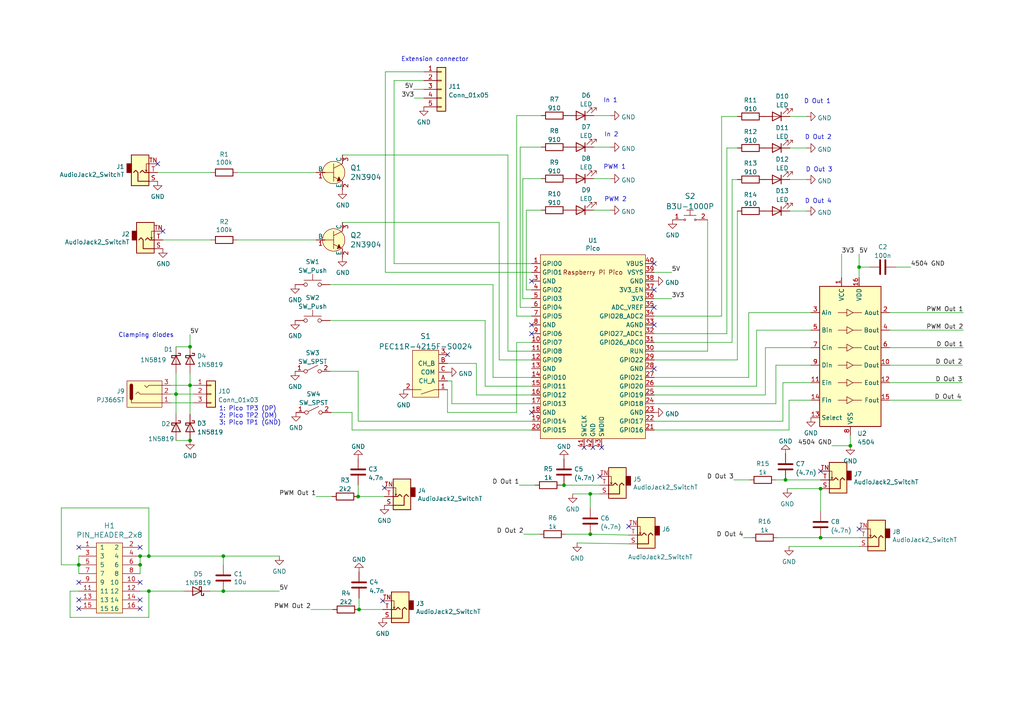
<source format=kicad_sch>
(kicad_sch (version 20211123) (generator eeschema)
  (paper "A4")
  (lib_symbols
    (symbol "4xxx:4504"
      (property "Reference" "U" (at -7.62 21.59 0))
      (property "Value" "4504" (at 6.35 21.59 0))
      (symbol "4504_1_1"
        (pin power_in line (at -2.54 22.86 270) (length 2.54) (name "VCC") (number "1"))
        (pin output line (at 11.43 -2.54 180) (length 2.54) (name "Dout") (number "10"))
        (pin input line (at -11.43 -7.62 0) (length 2.54) (name "Ein") (number "11"))
        (pin output line (at 11.43 -7.62 180) (length 2.54) (name "Eout") (number "12"))
        (pin input line (at -11.43 -17.78 0) (length 2.54) (name "Select") (number "13"))
        (pin input line (at -11.43 -12.7 0) (length 2.54) (name "Fin") (number "14"))
        (pin output line (at 11.43 -12.7 180) (length 2.54) (name "Fout") (number "15"))
        (pin power_in line (at 2.54 22.86 270) (length 2.54) (name "VDD") (number "16"))
        (pin output line (at 11.43 12.7 180) (length 2.54) (name "Aout") (number "2"))
        (pin input line (at -11.43 12.7 0) (length 2.54) (name "Ain") (number "3"))
        (pin output line (at 11.43 7.62 180) (length 2.54) (name "Bout") (number "4"))
        (pin input line (at -11.43 7.62 0) (length 2.54) (name "Bin") (number "5"))
        (pin output line (at 11.43 2.54 180) (length 2.54) (name "Cout") (number "6"))
        (pin input line (at -11.43 2.54 0) (length 2.54) (name "Cin") (number "7"))
        (pin power_in line (at 0 -22.86 90) (length 2.54) (name "VSS") (number "8"))
        (pin input line (at -11.43 -2.54 0) (length 2.54) (name "Din") (number "9"))
      )
    )
    (symbol "Connector:AudioJack2_SwitchT"
      (property "Reference" "J" (at 0 8.89 0))
      (property "Value" "AudioJack2_SwitchT" (at 0 6.35 0))
      (symbol "AudioJack2_SwitchT_1_1"
        (pin passive line (at 5.08 2.54 180) (length 2.54) (name "~") (number "S"))
        (pin passive line (at 5.08 0 180) (length 2.54) (name "~") (number "T"))
        (pin passive line (at 5.08 -2.54 180) (length 2.54) (name "~") (number "TN"))
      )
    )
    (symbol "Connector_Generic:Conn_01x03" (pin_names (offset 1.016) hide)
      (property "Reference" "J" (at 0 5.08 0))
      (property "Value" "Conn_01x03" (at 0 -5.08 0))
      (symbol "Conn_01x03_1_1"
        (pin passive line (at -5.08 2.54 0) (length 3.81) (name "Pin_1") (number "1"))
        (pin passive line (at -5.08 0 0) (length 3.81) (name "Pin_2") (number "2"))
        (pin passive line (at -5.08 -2.54 0) (length 3.81) (name "Pin_3") (number "3"))
      )
    )
    (symbol "Connector_Generic:Conn_01x05" (pin_names (offset 1.016) hide)
      (property "Reference" "J" (at 0 7.62 0))
      (property "Value" "Conn_01x05" (at 0 -7.62 0))
      (symbol "Conn_01x05_1_1"
        (pin passive line (at -5.08 5.08 0) (length 3.81) (name "Pin_1") (number "1"))
        (pin passive line (at -5.08 2.54 0) (length 3.81) (name "Pin_2") (number "2"))
        (pin passive line (at -5.08 0 0) (length 3.81) (name "Pin_3") (number "3"))
        (pin passive line (at -5.08 -2.54 0) (length 3.81) (name "Pin_4") (number "4"))
        (pin passive line (at -5.08 -5.08 0) (length 3.81) (name "Pin_5") (number "5"))
      )
    )
    (symbol "Device:C" (pin_numbers hide) (pin_names (offset 0.254))
      (property "Reference" "C" (at 0.635 2.54 0))
      (property "Value" "C" (at 0.635 -2.54 0))
      (symbol "C_1_1"
        (pin passive line (at 0 3.81 270) (length 2.794) (name "~") (number "1"))
        (pin passive line (at 0 -3.81 90) (length 2.794) (name "~") (number "2"))
      )
    )
    (symbol "Device:LED" (pin_numbers hide) (pin_names (offset 1.016) hide)
      (property "Reference" "D" (at 0 2.54 0))
      (property "Value" "LED" (at 0 -2.54 0))
      (symbol "LED_1_1"
        (pin passive line (at -3.81 0 0) (length 2.54) (name "K") (number "1"))
        (pin passive line (at 3.81 0 180) (length 2.54) (name "A") (number "2"))
      )
    )
    (symbol "Device:R" (pin_numbers hide) (pin_names (offset 0))
      (property "Reference" "R" (at 2.032 0 90))
      (property "Value" "R" (at 0 0 90))
      (symbol "R_1_1"
        (pin passive line (at 0 3.81 270) (length 1.27) (name "~") (number "1"))
        (pin passive line (at 0 -3.81 90) (length 1.27) (name "~") (number "2"))
      )
    )
    (symbol "Diode:1N5818" (pin_numbers hide) (pin_names (offset 1.016) hide)
      (property "Reference" "D" (at 0 2.54 0))
      (property "Value" "1N5818" (at 0 -2.54 0))
      (symbol "1N5818_1_1"
        (pin passive line (at -3.81 0 0) (length 2.54) (name "K") (number "1"))
        (pin passive line (at 3.81 0 180) (length 2.54) (name "A") (number "2"))
      )
    )
    (symbol "MCU_RaspberryPi_and_Boards:Pico"
      (property "Reference" "U" (at -13.97 27.94 0))
      (property "Value" "MCU_RaspberryPi_and_Boards_Pico" (at 0 19.05 0))
      (symbol "Pico_0_0"
        (text "Raspberry Pi Pico" (at 0 21.59 0) (effects (font (size 1.27 1.27))))
      )
      (symbol "Pico_1_1"
        (pin bidirectional line (at -17.78 24.13 0) (length 2.54) (name "GPIO0") (number "1"))
        (pin bidirectional line (at -17.78 1.27 0) (length 2.54) (name "GPIO7") (number "10"))
        (pin bidirectional line (at -17.78 -1.27 0) (length 2.54) (name "GPIO8") (number "11"))
        (pin bidirectional line (at -17.78 -3.81 0) (length 2.54) (name "GPIO9") (number "12"))
        (pin power_in line (at -17.78 -6.35 0) (length 2.54) (name "GND") (number "13"))
        (pin bidirectional line (at -17.78 -8.89 0) (length 2.54) (name "GPIO10") (number "14"))
        (pin bidirectional line (at -17.78 -11.43 0) (length 2.54) (name "GPIO11") (number "15"))
        (pin bidirectional line (at -17.78 -13.97 0) (length 2.54) (name "GPIO12") (number "16"))
        (pin bidirectional line (at -17.78 -16.51 0) (length 2.54) (name "GPIO13") (number "17"))
        (pin power_in line (at -17.78 -19.05 0) (length 2.54) (name "GND") (number "18"))
        (pin bidirectional line (at -17.78 -21.59 0) (length 2.54) (name "GPIO14") (number "19"))
        (pin bidirectional line (at -17.78 21.59 0) (length 2.54) (name "GPIO1") (number "2"))
        (pin bidirectional line (at -17.78 -24.13 0) (length 2.54) (name "GPIO15") (number "20"))
        (pin bidirectional line (at 17.78 -24.13 180) (length 2.54) (name "GPIO16") (number "21"))
        (pin bidirectional line (at 17.78 -21.59 180) (length 2.54) (name "GPIO17") (number "22"))
        (pin power_in line (at 17.78 -19.05 180) (length 2.54) (name "GND") (number "23"))
        (pin bidirectional line (at 17.78 -16.51 180) (length 2.54) (name "GPIO18") (number "24"))
        (pin bidirectional line (at 17.78 -13.97 180) (length 2.54) (name "GPIO19") (number "25"))
        (pin bidirectional line (at 17.78 -11.43 180) (length 2.54) (name "GPIO20") (number "26"))
        (pin bidirectional line (at 17.78 -8.89 180) (length 2.54) (name "GPIO21") (number "27"))
        (pin power_in line (at 17.78 -6.35 180) (length 2.54) (name "GND") (number "28"))
        (pin bidirectional line (at 17.78 -3.81 180) (length 2.54) (name "GPIO22") (number "29"))
        (pin power_in line (at -17.78 19.05 0) (length 2.54) (name "GND") (number "3"))
        (pin input line (at 17.78 -1.27 180) (length 2.54) (name "RUN") (number "30"))
        (pin bidirectional line (at 17.78 1.27 180) (length 2.54) (name "GPIO26_ADC0") (number "31"))
        (pin bidirectional line (at 17.78 3.81 180) (length 2.54) (name "GPIO27_ADC1") (number "32"))
        (pin power_in line (at 17.78 6.35 180) (length 2.54) (name "AGND") (number "33"))
        (pin bidirectional line (at 17.78 8.89 180) (length 2.54) (name "GPIO28_ADC2") (number "34"))
        (pin power_in line (at 17.78 11.43 180) (length 2.54) (name "ADC_VREF") (number "35"))
        (pin power_in line (at 17.78 13.97 180) (length 2.54) (name "3V3") (number "36"))
        (pin input line (at 17.78 16.51 180) (length 2.54) (name "3V3_EN") (number "37"))
        (pin bidirectional line (at 17.78 19.05 180) (length 2.54) (name "GND") (number "38"))
        (pin power_in line (at 17.78 21.59 180) (length 2.54) (name "VSYS") (number "39"))
        (pin bidirectional line (at -17.78 16.51 0) (length 2.54) (name "GPIO2") (number "4"))
        (pin power_in line (at 17.78 24.13 180) (length 2.54) (name "VBUS") (number "40"))
        (pin input line (at -2.54 -29.21 90) (length 2.54) (name "SWCLK") (number "41"))
        (pin power_in line (at 0 -29.21 90) (length 2.54) (name "GND") (number "42"))
        (pin bidirectional line (at 2.54 -29.21 90) (length 2.54) (name "SWDIO") (number "43"))
        (pin bidirectional line (at -17.78 13.97 0) (length 2.54) (name "GPIO3") (number "5"))
        (pin bidirectional line (at -17.78 11.43 0) (length 2.54) (name "GPIO4") (number "6"))
        (pin bidirectional line (at -17.78 8.89 0) (length 2.54) (name "GPIO5") (number "7"))
        (pin power_in line (at -17.78 6.35 0) (length 2.54) (name "GND") (number "8"))
        (pin bidirectional line (at -17.78 3.81 0) (length 2.54) (name "GPIO6") (number "9"))
      )
    )
    (symbol "Switch:SW_Push" (pin_numbers hide) (pin_names (offset 1.016) hide)
      (property "Reference" "SW" (at 1.27 2.54 0))
      (property "Value" "SW_Push" (at 0 -1.524 0))
      (symbol "SW_Push_0_1"
        (pin passive line (at -5.08 0 0) (length 2.54) (name "1") (number "1"))
        (pin passive line (at 5.08 0 180) (length 2.54) (name "2") (number "2"))
      )
    )
    (symbol "Switch:SW_SPST" (pin_names (offset 0) hide)
      (property "Reference" "SW" (at 0 3.175 0))
      (property "Value" "SW_SPST" (at 0 -2.54 0))
      (symbol "SW_SPST_1_1"
        (pin passive line (at -5.08 0 0) (length 2.54) (name "A") (number "1"))
        (pin passive line (at 5.08 0 180) (length 2.54) (name "B") (number "2"))
      )
    )
    (symbol "dk_Encoders:PEC11R-4215F-S0024" (pin_names (offset 1.016))
      (property "Reference" "S" (at -1.27 5.715 0))
      (property "Value" "PEC11R-4215F-S0024" (at -1.27 -9.906 0))
      (symbol "PEC11R-4215F-S0024_1_1"
        (pin bidirectional line (at -7.62 2.54 0) (length 2.54) (name "~") (number "1"))
        (pin bidirectional line (at 5.08 2.54 180) (length 2.54) (name "~") (number "2"))
        (pin unspecified line (at -7.62 -7.62 0) (length 2.54) (name "~") (number "3"))
        (pin bidirectional line (at -7.62 0 0) (length 2.54) (name "CH_A") (number "A"))
        (pin bidirectional line (at -7.62 -5.08 0) (length 2.54) (name "CH_B") (number "B"))
        (pin input line (at -7.62 -2.54 0) (length 2.54) (name "COM") (number "C"))
      )
    )
    (symbol "dk_Tactile-Switches:B3U-1000P" (pin_names (offset 1.016))
      (property "Reference" "S" (at 0 4.064 0))
      (property "Value" "B3U-1000P" (at 0 -2.54 0))
      (symbol "B3U-1000P_1_1"
        (pin passive line (at -5.08 0 0) (length 2.54) (name "~") (number "1"))
        (pin passive line (at 5.08 0 180) (length 2.54) (name "~") (number "2"))
      )
    )
    (symbol "dk_Transistors-Bipolar-BJT-Single:MMBT3904-TP" (pin_names (offset 0))
      (property "Reference" "Q" (at -3.2004 4.2164 0))
      (property "Value" "MMBT3904-TP" (at 5.2324 0 90))
      (symbol "MMBT3904-TP_1_1"
        (pin input line (at -5.08 0 0) (length 2.54) (name "B") (number "1"))
        (pin passive line (at 2.54 -5.08 90) (length 2.54) (name "E") (number "2"))
        (pin passive line (at 2.54 5.08 270) (length 2.54) (name "C") (number "3"))
      )
    )
    (symbol "eurocad:PIN_HEADER_2x8" (pin_names (offset 1.016))
      (property "Reference" "H" (at 0 -11.43 0))
      (property "Value" "eurocad_PIN_HEADER_2x8" (at 0 11.43 0))
      (symbol "PIN_HEADER_2x8_1_1"
        (pin bidirectional line (at -8.89 8.89 0) (length 5.08) (name "1") (number "1"))
        (pin bidirectional line (at 8.89 -1.27 180) (length 5.08) (name "10") (number "10"))
        (pin bidirectional line (at -8.89 -3.81 0) (length 5.08) (name "11") (number "11"))
        (pin bidirectional line (at 8.89 -3.81 180) (length 5.08) (name "12") (number "12"))
        (pin bidirectional line (at -8.89 -6.35 0) (length 5.08) (name "13") (number "13"))
        (pin bidirectional line (at 8.89 -6.35 180) (length 5.08) (name "14") (number "14"))
        (pin bidirectional line (at -8.89 -8.89 0) (length 5.08) (name "15") (number "15"))
        (pin bidirectional line (at 8.89 -8.89 180) (length 5.08) (name "16") (number "16"))
        (pin bidirectional line (at 8.89 8.89 180) (length 5.08) (name "2") (number "2"))
        (pin bidirectional line (at -8.89 6.35 0) (length 5.08) (name "3") (number "3"))
        (pin bidirectional line (at 8.89 6.35 180) (length 5.08) (name "4") (number "4"))
        (pin bidirectional line (at -8.89 3.81 0) (length 5.08) (name "5") (number "5"))
        (pin bidirectional line (at 8.89 3.81 180) (length 5.08) (name "6") (number "6"))
        (pin bidirectional line (at -8.89 1.27 0) (length 5.08) (name "7") (number "7"))
        (pin bidirectional line (at 8.89 1.27 180) (length 5.08) (name "8") (number "8"))
        (pin bidirectional line (at -8.89 -1.27 0) (length 5.08) (name "9") (number "9"))
      )
    )
    (symbol "power:GND" (power) (pin_names (offset 0))
      (property "Value" "GND" (at 0 -3.81 0))
      (symbol "GND_1_1"
        (pin power_in line (at 0 0 270) (length 0) hide (name "GND") (number "1"))
      )
    )
    (symbol "w_connector:PJ366ST" (pin_names (offset 1.016))
      (property "Reference" "J" (at -5.08 -5.08 0))
      (property "Value" "PJ366ST" (at -5.08 5.08 0))
      (symbol "PJ366ST_1_1"
        (pin bidirectional line (at 2.54 2.54 180) (length 2.54) (name "~") (number "1"))
        (pin bidirectional line (at 2.54 0 180) (length 2.54) (name "~") (number "2"))
        (pin bidirectional line (at 2.54 -2.54 180) (length 2.54) (name "~") (number "3"))
      )
    )
  )
  (junction (at 43.18 171.45))
  (junction (at 22.86 163.83))
  (junction (at 55.118 100.584))
  (junction (at 64.77 171.45))
  (junction (at 55.118 111.76))
  (junction (at 40.64 163.83))
  (junction (at 237.998 155.956))
  (junction (at 249.174 77.47))
  (junction (at 43.18 161.29))
  (junction (at 51.054 114.3))
  (junction (at 237.998 141.732))
  (junction (at 104.14 176.784))
  (junction (at 40.64 161.29))
  (junction (at 246.634 129.286))
  (junction (at 103.886 144.018))
  (junction (at 64.77 161.29))
  (junction (at 163.576 140.716))
  (junction (at 227.838 139.192))
  (junction (at 171.196 143.256))
  (junction (at 171.196 154.94))
  (junction (at 55.118 127.762))
  (no_connect (at 129.794 102.87))
  (no_connect (at 22.86 173.99))
  (no_connect (at 22.86 176.53))
  (no_connect (at 22.86 168.91))
  (no_connect (at 40.64 173.99))
  (no_connect (at 40.64 158.75))
  (no_connect (at 110.998 174.244))
  (no_connect (at 111.506 141.478))
  (no_connect (at 182.372 152.654))
  (no_connect (at 173.99 138.176))
  (no_connect (at 249.174 153.416))
  (no_connect (at 237.998 136.652))
  (no_connect (at 45.72 47.498))
  (no_connect (at 47.244 67.056))
  (no_connect (at 22.86 158.75))
  (no_connect (at 40.64 168.91))
  (no_connect (at 189.738 76.454))
  (no_connect (at 189.738 94.234))
  (no_connect (at 189.738 89.154))
  (no_connect (at 189.738 84.074))
  (no_connect (at 154.178 94.234))
  (no_connect (at 154.178 96.774))
  (no_connect (at 189.738 106.934))
  (no_connect (at 169.418 129.794))
  (no_connect (at 171.958 129.794))
  (no_connect (at 174.498 129.794))
  (no_connect (at 154.178 119.634))
  (no_connect (at 40.64 176.53))
  (no_connect (at 154.178 81.534))
  (wire (pts (xy 119.888 25.908) (xy 122.936 25.908)))
  (wire (pts (xy 114.3 76.454) (xy 114.3 23.368)))
  (wire (pts (xy 103.886 122.174) (xy 154.178 122.174)))
  (wire (pts (xy 20.32 171.45) (xy 20.32 179.07)))
  (wire (pts (xy 144.78 64.516) (xy 144.78 104.394)))
  (wire (pts (xy 221.996 114.554) (xy 189.738 114.554)))
  (wire (pts (xy 45.72 50.038) (xy 61.214 50.038)))
  (wire (pts (xy 249.174 158.496) (xy 228.854 158.496)))
  (wire (pts (xy 143.002 82.55) (xy 95.758 82.55)))
  (wire (pts (xy 43.18 147.32) (xy 43.18 161.29)))
  (wire (pts (xy 212.344 52.07) (xy 212.344 99.314)))
  (wire (pts (xy 189.738 96.774) (xy 210.82 96.774)))
  (wire (pts (xy 189.738 86.614) (xy 194.818 86.614)))
  (wire (pts (xy 102.108 119.634) (xy 102.108 124.714)))
  (wire (pts (xy 212.344 99.314) (xy 189.738 99.314)))
  (wire (pts (xy 259.842 77.47) (xy 264.16 77.47)))
  (wire (pts (xy 152.654 84.074) (xy 154.178 84.074)))
  (wire (pts (xy 111.76 20.828) (xy 122.936 20.828)))
  (wire (pts (xy 229.108 33.782) (xy 233.934 33.782)))
  (wire (pts (xy 209.296 33.782) (xy 209.296 91.694)))
  (wire (pts (xy 140.716 92.964) (xy 140.716 112.014)))
  (wire (pts (xy 173.99 143.256) (xy 171.196 143.256)))
  (wire (pts (xy 20.32 179.07) (xy 43.18 179.07)))
  (wire (pts (xy 129.794 119.634) (xy 129.794 113.03)))
  (wire (pts (xy 246.634 126.238) (xy 246.634 129.286)))
  (wire (pts (xy 131.064 117.094) (xy 131.064 110.49)))
  (wire (pts (xy 91.694 144.018) (xy 96.266 144.018)))
  (wire (pts (xy 131.064 117.094) (xy 154.178 117.094)))
  (wire (pts (xy 147.32 101.854) (xy 154.178 101.854)))
  (wire (pts (xy 227.076 110.998) (xy 235.204 110.998)))
  (wire (pts (xy 189.738 112.014) (xy 219.456 112.014)))
  (wire (pts (xy 151.638 86.614) (xy 151.638 51.816)))
  (wire (pts (xy 189.738 124.714) (xy 228.854 124.714)))
  (wire (pts (xy 225.044 117.094) (xy 225.044 105.918)))
  (wire (pts (xy 212.852 139.192) (xy 217.424 139.192)))
  (wire (pts (xy 143.002 109.474) (xy 143.002 82.55)))
  (wire (pts (xy 17.78 147.32) (xy 43.18 147.32)))
  (wire (pts (xy 129.794 119.634) (xy 149.86 119.634)))
  (wire (pts (xy 147.32 44.958) (xy 147.32 101.854)))
  (wire (pts (xy 102.108 124.714) (xy 154.178 124.714)))
  (wire (pts (xy 40.64 163.83) (xy 40.64 166.37)))
  (wire (pts (xy 225.044 139.192) (xy 227.838 139.192)))
  (wire (pts (xy 49.53 111.76) (xy 55.118 111.76)))
  (wire (pts (xy 221.996 100.838) (xy 221.996 114.554)))
  (wire (pts (xy 156.972 60.96) (xy 152.654 60.96)))
  (wire (pts (xy 162.814 140.716) (xy 163.576 140.716)))
  (wire (pts (xy 40.64 171.45) (xy 43.18 171.45)))
  (wire (pts (xy 144.78 104.394) (xy 154.178 104.394)))
  (wire (pts (xy 227.838 139.192) (xy 237.998 139.192)))
  (wire (pts (xy 103.886 144.018) (xy 111.506 144.018)))
  (wire (pts (xy 68.834 50.038) (xy 91.694 50.038)))
  (wire (pts (xy 249.174 73.66) (xy 249.174 77.47)))
  (wire (pts (xy 209.296 91.694) (xy 189.738 91.694)))
  (wire (pts (xy 138.176 114.554) (xy 138.176 105.41)))
  (wire (pts (xy 64.77 171.45) (xy 81.026 171.45)))
  (wire (pts (xy 219.456 95.758) (xy 235.204 95.758)))
  (wire (pts (xy 154.178 78.994) (xy 111.76 78.994)))
  (wire (pts (xy 228.854 124.714) (xy 228.854 116.078)))
  (wire (pts (xy 258.064 100.838) (xy 279.4 100.838)))
  (wire (pts (xy 95.758 92.964) (xy 140.716 92.964)))
  (wire (pts (xy 205.232 101.854) (xy 205.232 63.754)))
  (wire (pts (xy 154.178 109.474) (xy 143.002 109.474)))
  (wire (pts (xy 217.17 90.678) (xy 235.204 90.678)))
  (wire (pts (xy 149.86 33.528) (xy 156.972 33.528)))
  (wire (pts (xy 99.314 64.516) (xy 144.78 64.516)))
  (wire (pts (xy 189.738 122.174) (xy 227.076 122.174)))
  (wire (pts (xy 99.314 44.958) (xy 147.32 44.958)))
  (wire (pts (xy 171.196 143.256) (xy 166.116 143.256)))
  (wire (pts (xy 258.064 110.998) (xy 279.146 110.998)))
  (wire (pts (xy 43.18 171.45) (xy 53.34 171.45)))
  (wire (pts (xy 55.118 111.76) (xy 56.134 111.76)))
  (wire (pts (xy 95.758 107.696) (xy 103.886 107.696)))
  (wire (pts (xy 55.118 120.142) (xy 55.118 111.76)))
  (wire (pts (xy 163.576 140.716) (xy 173.99 140.716)))
  (wire (pts (xy 51.054 114.3) (xy 51.054 120.142)))
  (wire (pts (xy 90.17 176.784) (xy 96.52 176.784)))
  (wire (pts (xy 229.108 61.214) (xy 233.934 61.214)))
  (wire (pts (xy 225.552 155.956) (xy 237.998 155.956)))
  (wire (pts (xy 210.82 42.926) (xy 213.868 42.926)))
  (wire (pts (xy 49.53 116.84) (xy 56.134 116.84)))
  (wire (pts (xy 189.738 109.474) (xy 217.17 109.474)))
  (wire (pts (xy 114.3 23.368) (xy 122.936 23.368)))
  (wire (pts (xy 22.86 161.29) (xy 22.86 163.83)))
  (wire (pts (xy 171.196 143.256) (xy 171.196 147.32)))
  (wire (pts (xy 22.86 163.83) (xy 17.78 163.83)))
  (wire (pts (xy 237.998 141.732) (xy 237.998 148.336)))
  (wire (pts (xy 258.064 90.678) (xy 279.4 90.678)))
  (wire (pts (xy 51.054 108.204) (xy 51.054 114.3)))
  (wire (pts (xy 150.876 42.672) (xy 156.972 42.672)))
  (wire (pts (xy 22.86 163.83) (xy 22.86 166.37)))
  (wire (pts (xy 229.108 52.07) (xy 233.934 52.07)))
  (wire (pts (xy 249.174 77.47) (xy 249.174 80.518)))
  (wire (pts (xy 241.3 129.286) (xy 246.634 129.286)))
  (wire (pts (xy 227.076 122.174) (xy 227.076 110.998)))
  (wire (pts (xy 213.868 33.782) (xy 209.296 33.782)))
  (wire (pts (xy 55.118 108.204) (xy 55.118 111.76)))
  (wire (pts (xy 172.212 51.816) (xy 177.038 51.816)))
  (wire (pts (xy 225.044 105.918) (xy 235.204 105.918)))
  (wire (pts (xy 17.78 163.83) (xy 17.78 147.32)))
  (wire (pts (xy 189.738 104.394) (xy 213.868 104.394)))
  (wire (pts (xy 64.77 161.29) (xy 64.77 163.83)))
  (wire (pts (xy 154.178 86.614) (xy 151.638 86.614)))
  (wire (pts (xy 152.654 60.96) (xy 152.654 84.074)))
  (wire (pts (xy 249.174 77.47) (xy 252.222 77.47)))
  (wire (pts (xy 40.64 161.29) (xy 43.18 161.29)))
  (wire (pts (xy 150.622 140.716) (xy 155.194 140.716)))
  (wire (pts (xy 22.86 171.45) (xy 20.32 171.45)))
  (wire (pts (xy 172.212 60.96) (xy 177.038 60.96)))
  (wire (pts (xy 47.244 69.596) (xy 61.214 69.596)))
  (wire (pts (xy 104.14 176.784) (xy 110.998 176.784)))
  (wire (pts (xy 149.86 119.634) (xy 149.86 99.314)))
  (wire (pts (xy 111.76 78.994) (xy 111.76 20.828)))
  (wire (pts (xy 237.998 155.956) (xy 249.174 155.956)))
  (wire (pts (xy 64.77 161.29) (xy 81.026 161.29)))
  (wire (pts (xy 258.064 95.758) (xy 279.4 95.758)))
  (wire (pts (xy 68.834 69.596) (xy 91.694 69.596)))
  (wire (pts (xy 104.14 173.482) (xy 104.14 176.784)))
  (wire (pts (xy 103.886 107.696) (xy 103.886 122.174)))
  (wire (pts (xy 215.646 155.956) (xy 217.932 155.956)))
  (wire (pts (xy 151.638 51.816) (xy 156.972 51.816)))
  (wire (pts (xy 51.054 100.584) (xy 55.118 100.584)))
  (wire (pts (xy 43.18 179.07) (xy 43.18 171.45)))
  (wire (pts (xy 96.012 119.634) (xy 102.108 119.634)))
  (wire (pts (xy 150.876 89.154) (xy 150.876 42.672)))
  (wire (pts (xy 258.064 105.918) (xy 279.146 105.918)))
  (wire (pts (xy 244.094 73.66) (xy 244.094 80.518)))
  (wire (pts (xy 182.372 157.734) (xy 167.386 157.48)))
  (wire (pts (xy 189.738 117.094) (xy 225.044 117.094)))
  (wire (pts (xy 235.204 100.838) (xy 221.996 100.838)))
  (wire (pts (xy 40.64 161.29) (xy 40.64 163.83)))
  (wire (pts (xy 213.868 104.394) (xy 213.868 61.214)))
  (wire (pts (xy 64.77 171.45) (xy 60.96 171.45)))
  (wire (pts (xy 138.176 105.41) (xy 129.794 105.41)))
  (wire (pts (xy 51.054 114.3) (xy 56.134 114.3)))
  (wire (pts (xy 149.86 91.694) (xy 149.86 33.528)))
  (wire (pts (xy 229.108 42.926) (xy 233.934 42.926)))
  (wire (pts (xy 154.178 76.454) (xy 114.3 76.454)))
  (wire (pts (xy 172.212 33.528) (xy 177.038 33.528)))
  (wire (pts (xy 154.178 89.154) (xy 150.876 89.154)))
  (wire (pts (xy 194.818 78.994) (xy 189.738 78.994)))
  (wire (pts (xy 228.854 116.078) (xy 235.204 116.078)))
  (wire (pts (xy 172.212 42.672) (xy 177.038 42.672)))
  (wire (pts (xy 237.998 141.732) (xy 228.346 141.732)))
  (wire (pts (xy 51.054 127.762) (xy 55.118 127.762)))
  (wire (pts (xy 103.886 140.716) (xy 103.886 144.018)))
  (wire (pts (xy 43.18 161.29) (xy 64.77 161.29)))
  (wire (pts (xy 217.17 109.474) (xy 217.17 90.678)))
  (wire (pts (xy 131.064 110.49) (xy 129.794 110.49)))
  (wire (pts (xy 149.86 99.314) (xy 154.178 99.314)))
  (wire (pts (xy 49.53 114.3) (xy 51.054 114.3)))
  (wire (pts (xy 189.738 101.854) (xy 205.232 101.854)))
  (wire (pts (xy 171.196 154.94) (xy 182.372 155.194)))
  (wire (pts (xy 258.064 116.078) (xy 278.892 116.078)))
  (wire (pts (xy 164.084 154.94) (xy 171.196 154.94)))
  (wire (pts (xy 210.82 96.774) (xy 210.82 42.926)))
  (wire (pts (xy 154.178 91.694) (xy 149.86 91.694)))
  (wire (pts (xy 151.892 154.94) (xy 156.464 154.94)))
  (wire (pts (xy 55.118 97.028) (xy 55.118 100.584)))
  (wire (pts (xy 140.716 112.014) (xy 154.178 112.014)))
  (wire (pts (xy 120.142 28.448) (xy 122.936 28.448)))
  (wire (pts (xy 154.178 114.554) (xy 138.176 114.554)))
  (wire (pts (xy 219.456 112.014) (xy 219.456 95.758)))
  (wire (pts (xy 213.868 52.07) (xy 212.344 52.07)))
  (text "Extension connector" (at 116.332 18.034 0) (effects (font (size 1.27 1.27)) (justify left bottom)))
  (text "D Out 3\n" (at 233.68 50.038 0) (effects (font (size 1.27 1.27)) (justify left bottom)))
  (text "Clamping diodes" (at 34.29 98.044 0) (effects (font (size 1.27 1.27)) (justify left bottom)))
  (text "1: Pico TP3 (DP)\n2: Pico TP2 (DM)\n3: Pico TP1 (GND)" (at 63.5 123.444 0) (effects (font (size 1.27 1.27)) (justify left bottom)))
  (text "In 1\n" (at 175.006 29.972 0) (effects (font (size 1.27 1.27)) (justify left bottom)))
  (text "In 2" (at 175.26 39.878 0) (effects (font (size 1.27 1.27)) (justify left bottom)))
  (text "PWM 2\n" (at 175.26 58.674 0) (effects (font (size 1.27 1.27)) (justify left bottom)))
  (text "PWM 1\n" (at 175.006 49.276 0) (effects (font (size 1.27 1.27)) (justify left bottom)))
  (text "D Out 1" (at 233.172 30.226 0) (effects (font (size 1.27 1.27)) (justify left bottom)))
  (text "D Out 4" (at 233.426 59.182 0) (effects (font (size 1.27 1.27)) (justify left bottom)))
  (text "D Out 2" (at 233.426 40.64 0) (effects (font (size 1.27 1.27)) (justify left bottom)))
  (label "D Out 3" (at 212.852 139.192 180))
  (label "PWM Out 1" (at 279.4 90.678 180))
  (label "5V" (at 81.026 171.45 0))
  (label "3V3" (at 244.094 73.66 0))
  (label "5V" (at 194.818 78.994 0))
  (label "D Out 4" (at 278.892 116.078 180))
  (label "D Out 2" (at 279.146 105.918 180))
  (label "D Out 3" (at 279.146 110.998 180))
  (label "D Out 4" (at 215.646 155.956 180))
  (label "4504 GND" (at 264.16 77.47 0))
  (label "D Out 1" (at 150.622 140.716 180))
  (label "5V" (at 249.174 73.66 0))
  (label "5V" (at 55.118 97.028 0))
  (label "3V3" (at 120.142 28.448 180))
  (label "PWM Out 2" (at 279.4 95.758 180))
  (label "D Out 2" (at 151.892 154.94 180))
  (label "4504 GND" (at 241.3 129.286 180))
  (label "PWM Out 1" (at 91.694 144.018 180))
  (label "3V3" (at 194.818 86.614 0))
  (label "D Out 1" (at 279.4 100.838 180))
  (label "5V" (at 119.888 25.908 180))
  (label "PWM Out 2" (at 90.17 176.784 180))
  (symbol (lib_id "Device:R") (at 65.024 50.038 270) (unit 1)
    (property "Reference" "R1" (at 65.024 44.7802 90))
    (property "Value" "100k" (at 65.024 47.0916 90))
    (property "Footprint" "Resistor_SMD:R_1206_3216Metric_Pad1.30x1.75mm_HandSolder" (effects hide))
  )
  (symbol (lib_id "dk_Transistors-Bipolar-BJT-Single:MMBT3904-TP") (at 96.774 50.038 0) (unit 1)
    (property "Reference" "Q1" (at 101.5492 48.6918 0) (effects (font (size 1.524 1.524)) (justify left)))
    (property "Value" "2N3904" (at 101.5492 51.3842 0) (effects (font (size 1.524 1.524)) (justify left)))
    (property "Footprint" "digikey-footprints:SOT-23-3" (effects hide))
    (property "Datasheet" "https://www.mccsemi.com/pdf/Products/MMBT3904(SOT-23).pdf" (effects hide))
    (property "Digi-Key_PN" "MMBT3904TPMSCT-ND" (effects hide))
    (property "MPN" "MMBT3904-TP" (effects hide))
    (property "Category" "Discrete Semiconductor Products" (effects hide))
    (property "Family" "Transistors - Bipolar (BJT) - Single" (effects hide))
    (property "DK_Datasheet_Link" "https://www.mccsemi.com/pdf/Products/MMBT3904(SOT-23).pdf" (effects hide))
    (property "DK_Detail_Page" "/product-detail/en/micro-commercial-co/MMBT3904-TP/MMBT3904TPMSCT-ND/717395" (effects hide))
    (property "Description" "TRANS NPN 40V 0.2A SOT23" (effects hide))
    (property "Manufacturer" "Micro Commercial Co" (effects hide))
    (property "Status" "Active" (effects hide))
  )
  (symbol (lib_id "power:GND") (at 99.314 55.118 0) (unit 1)
    (property "Reference" "#PWR07" (effects hide))
    (property "Value" "GND" (at 99.441 59.5122 0))
  )
  (symbol (lib_id "MCU_RaspberryPi_and_Boards:Pico") (at 171.958 100.584 0) (unit 1)
    (property "Reference" "U1" (at 171.958 69.723 0))
    (property "Value" "Pico" (at 171.958 72.0344 0))
    (property "Footprint" "MCU_RaspberryPi_and_Boards:RPi_Pico_Pinheaders" (effects hide))
  )
  (symbol (lib_id "power:GND") (at 47.244 72.136 0) (unit 1)
    (property "Reference" "#PWR02" (effects hide))
    (property "Value" "GND" (at 47.371 76.5302 0))
  )
  (symbol (lib_id "Device:R") (at 65.024 69.596 270) (unit 1)
    (property "Reference" "R2" (at 65.024 64.3382 90))
    (property "Value" "100k" (at 65.024 66.6496 90))
    (property "Footprint" "Resistor_SMD:R_1206_3216Metric_Pad1.30x1.75mm_HandSolder" (effects hide))
  )
  (symbol (lib_id "dk_Transistors-Bipolar-BJT-Single:MMBT3904-TP") (at 96.774 69.596 0) (unit 1)
    (property "Reference" "Q2" (at 101.5492 68.2498 0) (effects (font (size 1.524 1.524)) (justify left)))
    (property "Value" "2N3904" (at 101.5492 70.9422 0) (effects (font (size 1.524 1.524)) (justify left)))
    (property "Footprint" "digikey-footprints:SOT-23-3" (effects hide))
    (property "Datasheet" "https://www.mccsemi.com/pdf/Products/MMBT3904(SOT-23).pdf" (effects hide))
    (property "Digi-Key_PN" "MMBT3904TPMSCT-ND" (effects hide))
    (property "MPN" "MMBT3904-TP" (effects hide))
    (property "Category" "Discrete Semiconductor Products" (effects hide))
    (property "Family" "Transistors - Bipolar (BJT) - Single" (effects hide))
    (property "DK_Datasheet_Link" "https://www.mccsemi.com/pdf/Products/MMBT3904(SOT-23).pdf" (effects hide))
    (property "DK_Detail_Page" "/product-detail/en/micro-commercial-co/MMBT3904-TP/MMBT3904TPMSCT-ND/717395" (effects hide))
    (property "Description" "TRANS NPN 40V 0.2A SOT23" (effects hide))
    (property "Manufacturer" "Micro Commercial Co" (effects hide))
    (property "Status" "Active" (effects hide))
  )
  (symbol (lib_id "power:GND") (at 99.314 74.676 0) (unit 1)
    (property "Reference" "#PWR08" (effects hide))
    (property "Value" "GND" (at 99.441 79.0702 0))
  )
  (symbol (lib_id "eurocad:PIN_HEADER_2x8") (at 31.75 167.64 0) (unit 1)
    (property "Reference" "H1" (at 31.75 152.4762 0) (effects (font (size 1.524 1.524))))
    (property "Value" "PIN_HEADER_2x8" (at 31.75 155.1686 0) (effects (font (size 1.524 1.524))))
    (property "Footprint" "Connector_IDC:IDC-Header_2x08_P2.54mm_Vertical" (effects hide))
  )
  (symbol (lib_id "Device:C") (at 64.77 167.64 180) (unit 1)
    (property "Reference" "C1" (at 67.7672 166.4716 0) (effects (justify right)))
    (property "Value" "10u" (at 67.7672 168.783 0) (effects (justify right)))
    (property "Footprint" "Capacitor_SMD:C_1206_3216Metric_Pad1.33x1.80mm_HandSolder" (effects hide))
  )
  (symbol (lib_id "Device:C") (at 103.886 136.906 0) (unit 1)
    (property "Reference" "C3" (at 106.807 136.0713 0) (effects (justify left)))
    (property "Value" "4.7n" (at 106.807 138.6082 0) (effects (justify left)))
    (property "Footprint" "Capacitor_SMD:C_1206_3216Metric_Pad1.33x1.80mm_HandSolder" (effects hide))
  )
  (symbol (lib_id "Device:C") (at 104.14 169.672 0) (unit 1)
    (property "Reference" "C4" (at 107.061 168.8373 0) (effects (justify left)))
    (property "Value" "4.7n" (at 107.061 171.3742 0) (effects (justify left)))
    (property "Footprint" "Capacitor_SMD:C_1206_3216Metric_Pad1.33x1.80mm_HandSolder" (effects hide))
  )
  (symbol (lib_id "power:GND") (at 111.506 146.558 0) (unit 1)
    (property "Reference" "#PWR0106" (effects hide))
    (property "Value" "GND" (at 111.506 151.0014 0))
  )
  (symbol (lib_id "Connector:AudioJack2_SwitchT") (at 254.254 155.956 180) (unit 1)
    (property "Reference" "J8" (at 258.8006 154.2542 0) (effects (justify right)))
    (property "Value" "AudioJack2_SwitchT" (at 258.8006 156.5656 0) (effects (justify right)))
    (property "Footprint" "Connector_Audio:Jack_3.5mm_QingPu_WQP-PJ398SM_Vertical_CircularHoles" (effects hide))
  )
  (symbol (lib_id "Device:LED") (at 168.402 51.816 180) (unit 1)
    (property "Reference" "D8" (at 169.9895 45.9572 0))
    (property "Value" "LED" (at 169.9895 48.4941 0))
    (property "Footprint" "LED_THT:LED_D3.0mm" (effects hide))
  )
  (symbol (lib_id "Device:R") (at 160.274 154.94 270) (unit 1)
    (property "Reference" "R6" (at 160.274 150.2242 90))
    (property "Value" "1k" (at 160.274 152.7611 90))
    (property "Footprint" "Resistor_SMD:R_1206_3216Metric_Pad1.30x1.75mm_HandSolder" (effects hide))
  )
  (symbol (lib_id "power:GND") (at 189.738 81.534 90) (unit 1)
    (property "Reference" "#PWR0125" (effects hide))
    (property "Value" "GND" (at 192.913 81.9678 90) (effects (justify right)))
  )
  (symbol (lib_id "Connector:AudioJack2_SwitchT") (at 179.07 140.716 180) (unit 1)
    (property "Reference" "J5" (at 183.6166 139.0142 0) (effects (justify right)))
    (property "Value" "AudioJack2_SwitchT" (at 183.6166 141.3256 0) (effects (justify right)))
    (property "Footprint" "Connector_Audio:Jack_3.5mm_QingPu_WQP-PJ398SM_Vertical_CircularHoles" (effects hide))
  )
  (symbol (lib_id "Device:C") (at 171.196 151.13 0) (unit 1)
    (property "Reference" "C6" (at 174.117 150.2953 0) (effects (justify left)))
    (property "Value" "(4.7n)" (at 174.117 152.8322 0) (effects (justify left)))
    (property "Footprint" "Capacitor_SMD:C_1206_3216Metric_Pad1.33x1.80mm_HandSolder" (effects hide))
  )
  (symbol (lib_id "power:GND") (at 55.118 127.762 0) (unit 1)
    (property "Reference" "#PWR03" (effects hide))
    (property "Value" "GND" (at 55.118 132.2054 0))
  )
  (symbol (lib_id "power:GND") (at 110.998 179.324 0) (unit 1)
    (property "Reference" "#PWR0109" (effects hide))
    (property "Value" "GND" (at 110.998 183.7674 0))
  )
  (symbol (lib_id "Device:R") (at 217.678 52.07 90) (unit 1)
    (property "Reference" "R13" (at 217.678 47.3542 90))
    (property "Value" "910" (at 217.678 49.8911 90))
    (property "Footprint" "Resistor_SMD:R_1206_3216Metric_Pad1.30x1.75mm_HandSolder" (effects hide))
  )
  (symbol (lib_id "Device:C") (at 256.032 77.47 90) (unit 1)
    (property "Reference" "C2" (at 256.032 71.6112 90))
    (property "Value" "100n" (at 256.032 74.1481 90))
    (property "Footprint" "Capacitor_SMD:C_1206_3216Metric_Pad1.33x1.80mm_HandSolder" (effects hide))
  )
  (symbol (lib_id "Device:LED") (at 225.298 61.214 180) (unit 1)
    (property "Reference" "D13" (at 226.8855 55.3552 0))
    (property "Value" "LED" (at 226.8855 57.8921 0))
    (property "Footprint" "LED_THT:LED_D3.0mm" (effects hide))
  )
  (symbol (lib_id "Device:R") (at 160.782 60.96 90) (unit 1)
    (property "Reference" "R10" (at 160.782 56.2442 90))
    (property "Value" "910" (at 160.782 58.7811 90))
    (property "Footprint" "Resistor_SMD:R_1206_3216Metric_Pad1.30x1.75mm_HandSolder" (effects hide))
  )
  (symbol (lib_id "Device:R") (at 160.782 51.816 90) (unit 1)
    (property "Reference" "R9" (at 160.782 47.1002 90))
    (property "Value" "910" (at 160.782 49.6371 90))
    (property "Footprint" "Resistor_SMD:R_1206_3216Metric_Pad1.30x1.75mm_HandSolder" (effects hide))
  )
  (symbol (lib_id "Switch:SW_SPST") (at 90.932 119.634 0) (unit 1) (in_bom no)
    (property "Reference" "SW4" (at 90.932 114.2832 0))
    (property "Value" "SW_SPST" (at 90.932 116.8201 0))
    (property "Footprint" "benjiaomodular:ToggleSwitch_MTS-101_SPST" (effects hide))
  )
  (symbol (lib_id "power:GND") (at 177.038 42.672 90) (unit 1)
    (property "Reference" "#PWR0122" (effects hide))
    (property "Value" "GND" (at 180.213 43.1058 90) (effects (justify right)))
  )
  (symbol (lib_id "power:GND") (at 233.934 52.07 90) (unit 1)
    (property "Reference" "#PWR0118" (effects hide))
    (property "Value" "GND" (at 237.109 52.5038 90) (effects (justify right)))
  )
  (symbol (lib_id "power:GND") (at 117.094 113.03 0) (unit 1)
    (property "Reference" "#PWR0104" (effects hide))
    (property "Value" "GND" (at 117.094 117.4734 0))
  )
  (symbol (lib_id "4xxx:4504") (at 246.634 103.378 0) (unit 1)
    (property "Reference" "U2" (at 248.6534 125.7284 0) (effects (justify left)))
    (property "Value" "4504" (at 248.6534 128.2653 0) (effects (justify left)))
    (property "Footprint" "Package_SO:SOIC-16_3.9x9.9mm_P1.27mm" (effects hide))
    (property "Datasheet" "http://www.ti.com/lit/ds/symlink/cd4504b.pdf" (effects hide))
  )
  (symbol (lib_id "Connector:AudioJack2_SwitchT") (at 187.452 155.194 180) (unit 1)
    (property "Reference" "J6" (at 191.9986 153.4922 0) (effects (justify right)))
    (property "Value" "AudioJack2_SwitchT" (at 182.118 161.544 0) (effects (justify right)))
    (property "Footprint" "Connector_Audio:Jack_3.5mm_QingPu_WQP-PJ398SM_Vertical_CircularHoles" (effects hide))
  )
  (symbol (lib_id "power:GND") (at 195.072 63.754 0) (unit 1)
    (property "Reference" "#PWR010" (effects hide))
    (property "Value" "GND" (at 195.072 68.1974 0))
  )
  (symbol (lib_id "dk_Encoders:PEC11R-4215F-S0024") (at 122.174 110.49 180) (unit 1)
    (property "Reference" "S1" (at 123.444 97.5159 0) (effects (font (size 1.524 1.524))))
    (property "Value" "PEC11R-4215F-S0024" (at 123.444 100.5093 0) (effects (font (size 1.524 1.524))))
    (property "Footprint" "digikey-footprints:Rotary_Encoder_Switched_PEC11R" (effects hide))
    (property "Datasheet" "https://www.bourns.com/docs/Product-Datasheets/PEC11R.pdf" (effects hide))
    (property "Digi-Key_PN" "PEC11R-4215F-S0024-ND" (effects hide))
    (property "MPN" "PEC11R-4215F-S0024" (effects hide))
    (property "Category" "Sensors, Transducers" (effects hide))
    (property "Family" "Encoders" (effects hide))
    (property "DK_Datasheet_Link" "https://www.bourns.com/docs/Product-Datasheets/PEC11R.pdf" (effects hide))
    (property "DK_Detail_Page" "/product-detail/en/bourns-inc/PEC11R-4215F-S0024/PEC11R-4215F-S0024-ND/4499665" (effects hide))
    (property "Description" "ROTARY ENCODER MECHANICAL 24PPR" (effects hide))
    (property "Manufacturer" "Bourns Inc." (effects hide))
    (property "Status" "Active" (effects hide))
  )
  (symbol (lib_id "Connector:AudioJack2_SwitchT") (at 243.078 139.192 180) (unit 1)
    (property "Reference" "J7" (at 247.6246 137.4902 0) (effects (justify right)))
    (property "Value" "AudioJack2_SwitchT" (at 247.6246 139.8016 0) (effects (justify right)))
    (property "Footprint" "Connector_Audio:Jack_3.5mm_QingPu_WQP-PJ398SM_Vertical_CircularHoles" (effects hide))
  )
  (symbol (lib_id "Connector_Generic:Conn_01x05") (at 128.016 25.908 0) (unit 1)
    (property "Reference" "J11" (at 130.048 25.0733 0) (effects (justify left)))
    (property "Value" "Conn_01x05" (at 130.048 27.6102 0) (effects (justify left)))
    (property "Footprint" "Connector_PinSocket_2.54mm:PinSocket_1x05_P2.54mm_Vertical" (effects hide))
  )
  (symbol (lib_id "Connector:AudioJack2_SwitchT") (at 42.164 69.596 0) (mirror x) (unit 1)
    (property "Reference" "J2" (at 37.6174 67.8942 0) (effects (justify right)))
    (property "Value" "AudioJack2_SwitchT" (at 37.6174 70.2056 0) (effects (justify right)))
    (property "Footprint" "Connector_Audio:Jack_3.5mm_QingPu_WQP-PJ398SM_Vertical_CircularHoles" (effects hide))
  )
  (symbol (lib_id "Diode:1N5818") (at 55.118 104.394 270) (unit 1)
    (property "Reference" "D4" (at 57.15 103.2418 90) (effects (justify left)))
    (property "Value" "1N5819" (at 57.15 105.7787 90) (effects (justify left)))
    (property "Footprint" "Diode_SMD:D_SOD-123" (effects hide))
    (property "Datasheet" "http://www.vishay.com/docs/88525/1n5817.pdf" (effects hide))
  )
  (symbol (lib_id "power:GND") (at 233.934 61.214 90) (unit 1)
    (property "Reference" "#PWR0119" (effects hide))
    (property "Value" "GND" (at 237.109 61.6478 90) (effects (justify right)))
  )
  (symbol (lib_id "Device:C") (at 163.576 136.906 0) (unit 1)
    (property "Reference" "C5" (at 166.497 136.0713 0) (effects (justify left)))
    (property "Value" "(4.7n)" (at 166.497 138.6082 0) (effects (justify left)))
    (property "Footprint" "Capacitor_SMD:C_1206_3216Metric_Pad1.33x1.80mm_HandSolder" (effects hide))
  )
  (symbol (lib_id "dk_Tactile-Switches:B3U-1000P") (at 200.152 63.754 0) (unit 1)
    (property "Reference" "S2" (at 200.152 56.8759 0) (effects (font (size 1.524 1.524))))
    (property "Value" "B3U-1000P" (at 200.152 59.8693 0) (effects (font (size 1.524 1.524))))
    (property "Footprint" "digikey-footprints:Switch_Tactile_SMD_B3U-1000P" (effects hide))
    (property "Datasheet" "https://omronfs.omron.com/en_US/ecb/products/pdf/en-b3u.pdf" (effects hide))
    (property "Digi-Key_PN" "SW1020CT-ND" (effects hide))
    (property "MPN" "B3U-1000P" (effects hide))
    (property "Category" "Switches" (effects hide))
    (property "Family" "Tactile Switches" (effects hide))
    (property "DK_Datasheet_Link" "https://omronfs.omron.com/en_US/ecb/products/pdf/en-b3u.pdf" (effects hide))
    (property "DK_Detail_Page" "/product-detail/en/omron-electronics-inc-emc-div/B3U-1000P/SW1020CT-ND/1534357" (effects hide))
    (property "Description" "SWITCH TACTILE SPST-NO 0.05A 12V" (effects hide))
    (property "Manufacturer" "Omron Electronics Inc-EMC Div" (effects hide))
    (property "Status" "Active" (effects hide))
  )
  (symbol (lib_id "power:GND") (at 167.386 157.48 0) (unit 1)
    (property "Reference" "#PWR0111" (effects hide))
    (property "Value" "GND" (at 167.386 161.9234 0))
  )
  (symbol (lib_id "Device:LED") (at 225.298 42.926 180) (unit 1)
    (property "Reference" "D11" (at 226.8855 37.0672 0))
    (property "Value" "LED" (at 226.8855 39.6041 0))
    (property "Footprint" "LED_THT:LED_D3.0mm" (effects hide))
  )
  (symbol (lib_id "Device:LED") (at 168.402 42.672 180) (unit 1)
    (property "Reference" "D7" (at 169.9895 36.8132 0))
    (property "Value" "LED" (at 169.9895 39.3501 0))
    (property "Footprint" "LED_THT:LED_D3.0mm" (effects hide))
  )
  (symbol (lib_id "Device:LED") (at 168.402 60.96 180) (unit 1)
    (property "Reference" "D9" (at 169.9895 55.1012 0))
    (property "Value" "LED" (at 169.9895 57.6381 0))
    (property "Footprint" "LED_THT:LED_D3.0mm" (effects hide))
  )
  (symbol (lib_id "Device:R") (at 217.678 33.782 90) (unit 1)
    (property "Reference" "R11" (at 217.678 29.0662 90))
    (property "Value" "910" (at 217.678 31.6031 90))
    (property "Footprint" "Resistor_SMD:R_1206_3216Metric_Pad1.30x1.75mm_HandSolder" (effects hide))
  )
  (symbol (lib_id "power:GND") (at 85.598 107.696 0) (unit 1)
    (property "Reference" "#PWR0103" (effects hide))
    (property "Value" "GND" (at 85.598 112.1394 0))
  )
  (symbol (lib_id "Switch:SW_SPST") (at 90.678 107.696 0) (unit 1)
    (property "Reference" "SW3" (at 90.678 102.3452 0))
    (property "Value" "SW_SPST" (at 90.678 104.8821 0))
    (property "Footprint" "benjiaomodular:ToggleSwitch_MTS-101_SPST" (effects hide))
  )
  (symbol (lib_id "Device:C") (at 227.838 135.382 0) (unit 1)
    (property "Reference" "C7" (at 230.759 134.5473 0) (effects (justify left)))
    (property "Value" "(4.7n)" (at 230.759 137.0842 0) (effects (justify left)))
    (property "Footprint" "Capacitor_SMD:C_1206_3216Metric_Pad1.33x1.80mm_HandSolder" (effects hide))
  )
  (symbol (lib_id "power:GND") (at 228.346 141.732 0) (unit 1)
    (property "Reference" "#PWR0114" (effects hide))
    (property "Value" "GND" (at 228.346 146.1754 0))
  )
  (symbol (lib_id "Switch:SW_Push") (at 90.678 82.55 0) (unit 1)
    (property "Reference" "SW1" (at 90.678 75.9292 0))
    (property "Value" "SW_Push" (at 90.678 78.4661 0))
    (property "Footprint" "Eurocad:PBS-105" (effects hide))
  )
  (symbol (lib_id "power:GND") (at 189.738 119.634 90) (unit 1)
    (property "Reference" "#PWR0112" (effects hide))
    (property "Value" "GND" (at 192.913 120.0678 90) (effects (justify right)))
  )
  (symbol (lib_id "Device:LED") (at 168.402 33.528 180) (unit 1)
    (property "Reference" "D6" (at 169.9895 27.6692 0))
    (property "Value" "LED" (at 169.9895 30.2061 0))
    (property "Footprint" "LED_THT:LED_D3.0mm" (effects hide))
  )
  (symbol (lib_id "Device:R") (at 100.076 144.018 270) (unit 1)
    (property "Reference" "R3" (at 100.076 139.3022 90))
    (property "Value" "2k2" (at 100.076 141.8391 90))
    (property "Footprint" "Resistor_SMD:R_1206_3216Metric_Pad1.30x1.75mm_HandSolder" (effects hide))
  )
  (symbol (lib_id "power:GND") (at 103.886 133.096 180) (unit 1)
    (property "Reference" "#PWR0107" (effects hide))
    (property "Value" "GND" (at 103.886 129.5202 0))
  )
  (symbol (lib_id "Device:R") (at 159.004 140.716 270) (unit 1)
    (property "Reference" "R5" (at 159.004 136.0002 90))
    (property "Value" "1k" (at 159.004 138.5371 90))
    (property "Footprint" "Resistor_SMD:R_1206_3216Metric_Pad1.30x1.75mm_HandSolder" (effects hide))
  )
  (symbol (lib_id "power:GND") (at 166.116 143.256 0) (unit 1)
    (property "Reference" "#PWR0110" (effects hide))
    (property "Value" "GND" (at 166.116 147.6994 0))
  )
  (symbol (lib_id "power:GND") (at 177.038 33.528 90) (unit 1)
    (property "Reference" "#PWR0123" (effects hide))
    (property "Value" "GND" (at 180.213 33.9618 90) (effects (justify right)))
  )
  (symbol (lib_id "power:GND") (at 85.598 92.964 0) (unit 1)
    (property "Reference" "#PWR06" (effects hide))
    (property "Value" "GND" (at 85.598 97.4074 0))
  )
  (symbol (lib_id "Diode:1N5818") (at 55.118 123.952 270) (unit 1)
    (property "Reference" "D3" (at 57.15 122.7998 90) (effects (justify left)))
    (property "Value" "1N5819" (at 57.15 125.3367 90) (effects (justify left)))
    (property "Footprint" "Diode_SMD:D_SOD-123" (effects hide))
    (property "Datasheet" "http://www.vishay.com/docs/88525/1n5817.pdf" (effects hide))
  )
  (symbol (lib_id "power:GND") (at 85.852 119.634 0) (unit 1)
    (property "Reference" "#PWR0102" (effects hide))
    (property "Value" "GND" (at 85.852 124.0774 0))
  )
  (symbol (lib_id "Device:R") (at 221.234 139.192 270) (unit 1)
    (property "Reference" "R15" (at 221.234 134.4762 90))
    (property "Value" "1k" (at 221.234 137.0131 90))
    (property "Footprint" "Resistor_SMD:R_1206_3216Metric_Pad1.30x1.75mm_HandSolder" (effects hide))
  )
  (symbol (lib_id "Device:R") (at 160.782 33.528 90) (unit 1)
    (property "Reference" "R7" (at 160.782 28.8122 90))
    (property "Value" "910" (at 160.782 31.3491 90))
    (property "Footprint" "Resistor_SMD:R_1206_3216Metric_Pad1.30x1.75mm_HandSolder" (effects hide))
  )
  (symbol (lib_id "Device:R") (at 160.782 42.672 90) (unit 1)
    (property "Reference" "R8" (at 160.782 37.9562 90))
    (property "Value" "910" (at 160.782 40.4931 90))
    (property "Footprint" "Resistor_SMD:R_1206_3216Metric_Pad1.30x1.75mm_HandSolder" (effects hide))
  )
  (symbol (lib_id "w_connector:PJ366ST") (at 46.99 114.3 0) (mirror x) (unit 1)
    (property "Reference" "J9" (at 36.1951 113.4653 0) (effects (justify right)))
    (property "Value" "PJ366ST" (at 36.1951 116.0022 0) (effects (justify right)))
    (property "Footprint" "w_connector:PJ366ST" (effects hide))
    (property "Datasheet" "https://www.thonk.co.uk/shop/3-5mm-jacks/" (effects hide))
  )
  (symbol (lib_id "Diode:1N5818") (at 51.054 123.952 270) (unit 1)
    (property "Reference" "D2" (at 46.736 122.936 90) (effects (justify left)))
    (property "Value" "1N5819" (at 42.926 128.016 90) (effects (justify left bottom)))
    (property "Footprint" "Diode_SMD:D_SOD-123" (effects hide))
    (property "Datasheet" "http://www.vishay.com/docs/88525/1n5817.pdf" (effects hide))
  )
  (symbol (lib_id "power:GND") (at 129.794 107.95 90) (unit 1)
    (property "Reference" "#PWR0101" (effects hide))
    (property "Value" "GND" (at 132.969 108.3838 90) (effects (justify right)))
  )
  (symbol (lib_id "power:GND") (at 85.598 82.55 0) (unit 1)
    (property "Reference" "#PWR05" (effects hide))
    (property "Value" "GND" (at 85.598 86.9934 0))
  )
  (symbol (lib_id "power:GND") (at 177.038 51.816 90) (unit 1)
    (property "Reference" "#PWR0120" (effects hide))
    (property "Value" "GND" (at 180.213 52.2498 90) (effects (justify right)))
  )
  (symbol (lib_id "Device:R") (at 217.678 42.926 90) (unit 1)
    (property "Reference" "R12" (at 217.678 38.2102 90))
    (property "Value" "910" (at 217.678 40.7471 90))
    (property "Footprint" "Resistor_SMD:R_1206_3216Metric_Pad1.30x1.75mm_HandSolder" (effects hide))
  )
  (symbol (lib_id "Connector:AudioJack2_SwitchT") (at 116.586 144.018 180) (unit 1)
    (property "Reference" "J4" (at 121.1326 142.3162 0) (effects (justify right)))
    (property "Value" "AudioJack2_SwitchT" (at 121.1326 144.6276 0) (effects (justify right)))
    (property "Footprint" "Connector_Audio:Jack_3.5mm_QingPu_WQP-PJ398SM_Vertical_CircularHoles" (effects hide))
  )
  (symbol (lib_id "power:GND") (at 235.204 121.158 0) (unit 1)
    (property "Reference" "#PWR0113" (effects hide))
    (property "Value" "GND" (at 235.204 125.6014 0))
  )
  (symbol (lib_id "power:GND") (at 246.634 129.286 0) (unit 1)
    (property "Reference" "#PWR09" (effects hide))
    (property "Value" "GND" (at 246.634 133.7294 0))
  )
  (symbol (lib_id "power:GND") (at 163.576 133.096 180) (unit 1)
    (property "Reference" "#PWR0108" (effects hide))
    (property "Value" "GND" (at 163.576 129.5202 0))
  )
  (symbol (lib_id "Diode:1N5818") (at 57.15 171.45 180) (unit 1)
    (property "Reference" "D5" (at 57.4675 166.4802 0))
    (property "Value" "1N5819" (at 57.4675 169.0171 0))
    (property "Footprint" "Diode_SMD:D_SOD-123" (effects hide))
    (property "Datasheet" "http://www.vishay.com/docs/88525/1n5817.pdf" (effects hide))
  )
  (symbol (lib_id "Device:LED") (at 225.298 33.782 180) (unit 1)
    (property "Reference" "D10" (at 226.8855 27.9232 0))
    (property "Value" "LED" (at 226.8855 30.4601 0))
    (property "Footprint" "LED_THT:LED_D3.0mm" (effects hide))
  )
  (symbol (lib_id "Device:R") (at 100.33 176.784 270) (unit 1)
    (property "Reference" "R4" (at 100.33 172.0682 90))
    (property "Value" "2k2" (at 100.33 174.6051 90))
    (property "Footprint" "Resistor_SMD:R_1206_3216Metric_Pad1.30x1.75mm_HandSolder" (effects hide))
  )
  (symbol (lib_id "Connector_Generic:Conn_01x03") (at 61.214 114.3 0) (unit 1)
    (property "Reference" "J10" (at 63.246 113.4653 0) (effects (justify left)))
    (property "Value" "Conn_01x03" (at 63.246 116.0022 0) (effects (justify left)))
    (property "Footprint" "Connector_PinSocket_2.54mm:PinSocket_1x03_P2.54mm_Vertical" (effects hide))
  )
  (symbol (lib_id "power:GND") (at 104.14 165.862 180) (unit 1)
    (property "Reference" "#PWR0105" (effects hide))
    (property "Value" "GND" (at 104.14 162.2862 0))
  )
  (symbol (lib_id "power:GND") (at 122.936 30.988 0) (unit 1)
    (property "Reference" "#PWR0127" (effects hide))
    (property "Value" "GND" (at 122.936 35.4314 0))
  )
  (symbol (lib_id "Switch:SW_Push") (at 90.678 92.964 0) (unit 1)
    (property "Reference" "SW2" (at 90.678 86.3432 0))
    (property "Value" "SW_Push" (at 90.678 88.8801 0))
    (property "Footprint" "Eurocad:PBS-105" (effects hide))
  )
  (symbol (lib_id "power:GND") (at 233.934 33.782 90) (unit 1)
    (property "Reference" "#PWR0116" (effects hide))
    (property "Value" "GND" (at 237.109 34.2158 90) (effects (justify right)))
  )
  (symbol (lib_id "Diode:1N5818") (at 51.054 104.394 270) (unit 1)
    (property "Reference" "D1" (at 47.498 101.346 90) (effects (justify left)))
    (property "Value" "1N5819" (at 40.64 104.394 90) (effects (justify left)))
    (property "Footprint" "Diode_SMD:D_SOD-123" (effects hide))
    (property "Datasheet" "http://www.vishay.com/docs/88525/1n5817.pdf" (effects hide))
  )
  (symbol (lib_id "power:GND") (at 81.026 161.29 0) (unit 1)
    (property "Reference" "#PWR04" (effects hide))
    (property "Value" "GND" (at 81.026 165.7334 0))
  )
  (symbol (lib_id "power:GND") (at 227.838 131.572 180) (unit 1)
    (property "Reference" "#PWR0126" (effects hide))
    (property "Value" "GND" (at 227.838 127.9962 0))
  )
  (symbol (lib_id "Device:LED") (at 225.298 52.07 180) (unit 1)
    (property "Reference" "D12" (at 226.8855 46.2112 0))
    (property "Value" "LED" (at 226.8855 48.7481 0))
    (property "Footprint" "LED_THT:LED_D3.0mm" (effects hide))
  )
  (symbol (lib_id "power:GND") (at 228.854 158.496 0) (unit 1)
    (property "Reference" "#PWR0115" (effects hide))
    (property "Value" "GND" (at 228.854 162.9394 0))
  )
  (symbol (lib_id "power:GND") (at 45.72 52.578 0) (unit 1)
    (property "Reference" "#PWR0124" (effects hide))
    (property "Value" "GND" (at 45.72 57.0214 0))
  )
  (symbol (lib_id "Connector:AudioJack2_SwitchT") (at 116.078 176.784 180) (unit 1)
    (property "Reference" "J3" (at 120.6246 175.0822 0) (effects (justify right)))
    (property "Value" "AudioJack2_SwitchT" (at 120.6246 177.3936 0) (effects (justify right)))
    (property "Footprint" "Connector_Audio:Jack_3.5mm_QingPu_WQP-PJ398SM_Vertical_CircularHoles" (effects hide))
  )
  (symbol (lib_id "power:GND") (at 233.934 42.926 90) (unit 1)
    (property "Reference" "#PWR0117" (effects hide))
    (property "Value" "GND" (at 237.109 43.3598 90) (effects (justify right)))
  )
  (symbol (lib_id "Device:R") (at 221.742 155.956 270) (unit 1)
    (property "Reference" "R16" (at 221.742 151.2402 90))
    (property "Value" "1k" (at 221.742 153.7771 90))
    (property "Footprint" "Resistor_SMD:R_1206_3216Metric_Pad1.30x1.75mm_HandSolder" (effects hide))
  )
  (symbol (lib_id "Connector:AudioJack2_SwitchT") (at 40.64 50.038 0) (mirror x) (unit 1)
    (property "Reference" "J1" (at 36.0934 48.3362 0) (effects (justify right)))
    (property "Value" "AudioJack2_SwitchT" (at 36.0934 50.6476 0) (effects (justify right)))
    (property "Footprint" "Connector_Audio:Jack_3.5mm_QingPu_WQP-PJ398SM_Vertical_CircularHoles" (effects hide))
  )
  (symbol (lib_id "Device:R") (at 217.678 61.214 90) (unit 1)
    (property "Reference" "R14" (at 217.678 56.4982 90))
    (property "Value" "910" (at 217.678 59.0351 90))
    (property "Footprint" "Resistor_SMD:R_1206_3216Metric_Pad1.30x1.75mm_HandSolder" (effects hide))
  )
  (symbol (lib_id "power:GND") (at 177.038 60.96 90) (unit 1)
    (property "Reference" "#PWR0121" (effects hide))
    (property "Value" "GND" (at 180.213 61.3938 90) (effects (justify right)))
  )
  (symbol (lib_id "Device:C") (at 237.998 152.146 0) (unit 1)
    (property "Reference" "C8" (at 240.919 151.3113 0) (effects (justify left)))
    (property "Value" "(4.7n)" (at 240.919 153.8482 0) (effects (justify left)))
    (property "Footprint" "Capacitor_SMD:C_1206_3216Metric_Pad1.33x1.80mm_HandSolder" (effects hide))
  )
)
</source>
